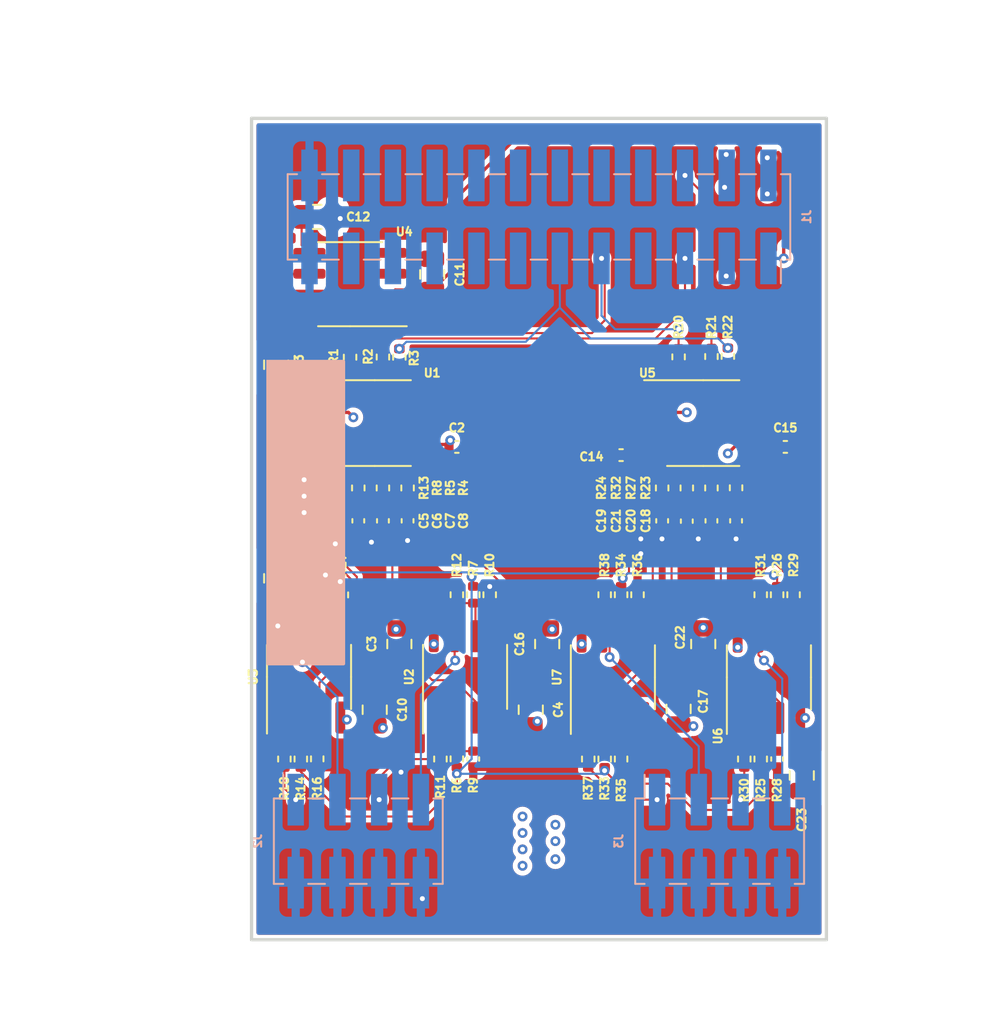
<source format=kicad_pcb>
(kicad_pcb (version 20240108) (generator "pcbnew") (generator_version "8.0")
  (layers (0 "F.Cu" signal) (1 "In1.Cu" signal) (2 "In2.Cu" signal) (31 "B.Cu" signal) (34 "B.Paste" user) (35 "F.Paste" user) (36 "B.SilkS" user "B.Silkscreen") (37 "F.SilkS" user "F.Silkscreen") (38 "B.Mask" user) (39 "F.Mask" user) (44 "Edge.Cuts" user))
  (net 0 "")
  (net 9 "+5V")
  (net 10 "GND")
  (net 11 "+12V")
  (net 13 "+3V3")
  (net 16 "-12V")
  (net 22 "VREF_DAC")
  (net 23 "/dac0/vout_a_dac")
  (net 24 "/dac0/vout_b_dac")
  (net 25 "/dac0/vout_d_dac")
  (net 26 "/dac0/vout_c_dac")
  (net 27 "Net-(U3A--)")
  (net 28 "AO_CH0+")
  (net 29 "Net-(U3B--)")
  (net 30 "AO_CH1+")
  (net 31 "AO_CH2+")
  (net 32 "AO_CH3+")
  (net 33 "Net-(U1-VOUT_A)")
  (net 34 "Net-(U1-VOUT_B)")
  (net 35 "Net-(U1-VOUT_D)")
  (net 36 "Net-(U1-VOUT_C)")
  (net 37 "RX_DAC0")
  (net 38 "Net-(U1-~{SYNC})")
  (net 39 "Net-(U1-SDIN)")
  (net 40 "Net-(U1-SCLK)")
  (net 41 "Net-(U4-Trim{slash}NR)")
  (net 42 "/dac1/vout_d_dac")
  (net 43 "/dac1/vout_c_dac")
  (net 44 "/dac1/vout_b_dac")
  (net 45 "/dac1/vout_a_dac")
  (net 46 "CS_DAC")
  (net 47 "RX_DAC1")
  (net 48 "CLK_DAC")
  (net 49 "AO_CH6+")
  (net 50 "AO_CH5+")
  (net 51 "AO_CH7+")
  (net 52 "AO_CH4+")
  (net 53 "Net-(U2A--)")
  (net 54 "Net-(U2B--)")
  (net 55 "Net-(U5-~{SYNC})")
  (net 56 "Net-(U5-SDIN)")
  (net 57 "Net-(U5-SCLK)")
  (net 58 "Net-(U5-VOUT_D)")
  (net 59 "Net-(U5-VOUT_C)")
  (net 60 "Net-(U6A--)")
  (net 61 "Net-(U6B--)")
  (net 62 "Net-(U5-VOUT_B)")
  (net 63 "Net-(U5-VOUT_A)")
  (net 64 "Net-(U7A--)")
  (net 65 "Net-(U7B--)")
  (footprint "Capacitor_SMD:C_0402_1005Metric" (layer "F.Cu") (at 163 96 90)
    (property "Reference" "C18")
    (property "Value" "1n")
  )
  (footprint "Resistor_SMD:R_0402_1005Metric" (layer "F.Cu") (at 162.5 85.99 -90)
    (property "Reference" "R22")
    (property "Value" "100")
  )
  (footprint "Resistor_SMD:R_0402_1005Metric" (layer "F.Cu") (at 135.5 110.5 90)
    (property "Reference" "R18")
    (property "Value" "33k")
  )
  (footprint "Capacitor_SMD:C_0402_1005Metric" (layer "F.Cu") (at 136 92 180)
    (property "Reference" "C1")
    (property "Value" "100n")
  )
  (footprint "Resistor_SMD:R_0402_1005Metric" (layer "F.Cu") (at 158.5 94 -90)
    (property "Reference" "R24")
    (property "Value" "4k7")
  )
  (footprint "Resistor_SMD:R_0402_1005Metric" (layer "F.Cu") (at 161.5 86 -90)
    (property "Reference" "R21")
    (property "Value" "100")
  )
  (footprint "Capacitor_SMD:C_0805_2012Metric" (layer "F.Cu") (at 141 107.5 -90)
    (property "Reference" "C10")
    (property "Value" "100n")
  )
  (footprint "Resistor_SMD:R_0402_1005Metric" (layer "F.Cu") (at 154 110.5 90)
    (property "Reference" "R37")
    (property "Value" "33k")
  )
  (footprint "Capacitor_SMD:C_0805_2012Metric" (layer "F.Cu") (at 135 99.5 -90)
    (property "Reference" "C9")
    (property "Value" "100n")
  )
  (footprint "Resistor_SMD:R_0402_1005Metric" (layer "F.Cu") (at 139.5 86.04 -90)
    (property "Reference" "R1")
    (property "Value" "100")
  )
  (footprint "Package_SO:SOIC-8_3.9x4.9mm_P1.27mm" (layer "F.Cu") (at 139.5 81.595 180)
    (property "Reference" "U4")
    (property "Value" "REF5025AD")
  )
  (footprint "Resistor_SMD:R_0402_1005Metric" (layer "F.Cu") (at 145 110.5 90)
    (property "Reference" "R11")
    (property "Value" "33k")
  )
  (footprint "Resistor_SMD:R_0402_1005Metric" (layer "F.Cu") (at 164.5 110.5 90)
    (property "Reference" "R25")
    (property "Value" "8.25k")
  )
  (footprint "Capacitor_SMD:C_0402_1005Metric" (layer "F.Cu") (at 156 92 180)
    (property "Reference" "C14")
    (property "Value" "100n")
  )
  (footprint "Resistor_SMD:R_0402_1005Metric" (layer "F.Cu") (at 146 110.49 90)
    (property "Reference" "R6")
    (property "Value" "8.25k")
  )
  (footprint "Package_SO:TSSOP-14_4.4x5mm_P0.65mm" (layer "F.Cu") (at 161 90.05)
    (property "Reference" "U5")
    (property "Value" "dacx0004")
  )
  (footprint "Resistor_SMD:R_0402_1005Metric" (layer "F.Cu") (at 139 100.51 -90)
    (property "Reference" "R17")
    (property "Value" "11k")
  )
  (footprint "Package_SO:SOIC-8_3.9x4.9mm_P1.27mm" (layer "F.Cu") (at 155.5 105.525 90)
    (property "Reference" "U7")
    (property "Value" "OPA2188")
  )
  (footprint "Capacitor_SMD:C_0805_2012Metric" (layer "F.Cu") (at 142.5 103.5 90)
    (property "Reference" "C3")
    (property "Value" "100n")
  )
  (footprint "Resistor_SMD:R_0402_1005Metric" (layer "F.Cu") (at 141.5 86.03 -90)
    (property "Reference" "R2")
    (property "Value" "100")
  )
  (footprint "Capacitor_SMD:C_0402_1005Metric" (layer "F.Cu") (at 143 96 90)
    (property "Reference" "C5")
    (property "Value" "1n")
  )
  (footprint "Resistor_SMD:R_0402_1005Metric" (layer "F.Cu") (at 156 100.5 -90)
    (property "Reference" "R34")
    (property "Value" "8.25k")
  )
  (footprint "Resistor_SMD:R_0402_1005Metric" (layer "F.Cu") (at 141.5 94 -90)
    (property "Reference" "R5")
    (property "Value" "4k7")
  )
  (footprint "Capacitor_SMD:C_0402_1005Metric" (layer "F.Cu") (at 141.5 96 90)
    (property "Reference" "C6")
    (property "Value" "1n")
  )
  (footprint "Resistor_SMD:R_0402_1005Metric" (layer "F.Cu") (at 164.5 100.5 -90)
    (property "Reference" "R31")
    (property "Value" "33k")
  )
  (footprint "Resistor_SMD:R_0402_1005Metric" (layer "F.Cu") (at 148 100.5 -90)
    (property "Reference" "R10")
    (property "Value" "11k")
  )
  (footprint "Capacitor_SMD:C_0805_2012Metric" (layer "F.Cu") (at 135 86.5 -90)
    (property "Reference" "C13")
    (property "Value" "1u")
  )
  (footprint "Capacitor_SMD:C_0805_2012Metric" (layer "F.Cu") (at 137.5 77.5)
    (property "Reference" "C12")
    (property "Value" "100n")
  )
  (footprint "Resistor_SMD:R_0402_1005Metric" (layer "F.Cu") (at 138 100.5 -90)
    (property "Reference" "R15")
    (property "Value" "8.25k")
  )
  (footprint "Resistor_SMD:R_0402_1005Metric" (layer "F.Cu") (at 137.5 110.49 90)
    (property "Reference" "R16")
    (property "Value" "11k")
  )
  (footprint "Capacitor_SMD:C_0402_1005Metric" (layer "F.Cu") (at 160 96.02 90)
    (property "Reference" "C21")
    (property "Value" "1n")
  )
  (footprint "Resistor_SMD:R_0402_1005Metric" (layer "F.Cu") (at 157 100.5 -90)
    (property "Reference" "R36")
    (property "Value" "11k")
  )
  (footprint "Capacitor_SMD:C_0805_2012Metric" (layer "F.Cu") (at 159.5 107.45 -90)
    (property "Reference" "C17")
    (property "Value" "100n")
  )
  (footprint "Capacitor_SMD:C_0805_2012Metric" (layer "F.Cu") (at 167 111.5 90)
    (property "Reference" "C23")
    (property "Value" "100n")
  )
  (footprint "Capacitor_SMD:C_0805_2012Metric" (layer "F.Cu") (at 151.5 103.5 90)
    (property "Reference" "C16")
    (property "Value" "100n")
  )
  (footprint "Resistor_SMD:R_0402_1005Metric" (layer "F.Cu") (at 165.5 100.5 -90)
    (property "Reference" "R26")
    (property "Value" "8.25k")
  )
  (footprint "Resistor_SMD:R_0402_1005Metric" (layer "F.Cu") (at 138.5 94 -90)
    (property "Reference" "R13")
    (property "Value" "4k7")
  )
  (footprint "Resistor_SMD:R_0402_1005Metric" (layer "F.Cu") (at 159.5 86.02 -90)
    (property "Reference" "R20")
    (property "Value" "100")
  )
  (footprint "Resistor_SMD:R_0402_1005Metric" (layer "F.Cu") (at 156 110.5 90)
    (property "Reference" "R35")
    (property "Value" "11k")
  )
  (footprint "Package_SO:SOIC-8_3.9x4.9mm_P1.27mm" (layer "F.Cu") (at 146.5 105.5 90)
    (property "Reference" "U2")
    (property "Value" "OPA2188")
  )
  (footprint "Resistor_SMD:R_0402_1005Metric" (layer "F.Cu") (at 161.5 94 -90)
    (property "Reference" "R27")
    (property "Value" "4k7")
  )
  (footprint "Package_SO:TSSOP-14_4.4x5mm_P0.65mm" (layer "F.Cu") (at 141 90.05)
    (property "Reference" "U1")
    (property "Value" "dacx0004")
  )
  (footprint "Resistor_SMD:R_0402_1005Metric" (layer "F.Cu") (at 166.5 100.5 -90)
    (property "Reference" "R29")
    (property "Value" "11k")
  )
  (footprint "Capacitor_SMD:C_0402_1005Metric" (layer "F.Cu") (at 138.5 96 90)
    (property "Reference" "C8")
    (property "Value" "1n")
  )
  (footprint "Resistor_SMD:R_0402_1005Metric" (layer "F.Cu") (at 136.5 110.5 90)
    (property "Reference" "R14")
    (property "Value" "8.25k")
  )
  (footprint "Resistor_SMD:R_0402_1005Metric" (layer "F.Cu") (at 146 100.5 -90)
    (property "Reference" "R12")
    (property "Value" "33k")
  )
  (footprint "Capacitor_SMD:C_0805_2012Metric" (layer "F.Cu") (at 161 103.5 90)
    (property "Reference" "C22")
    (property "Value" "100n")
  )
  (footprint "Resistor_SMD:R_0402_1005Metric" (layer "F.Cu") (at 163.5 110.5 90)
    (property "Reference" "R30")
    (property "Value" "33k")
  )
  (footprint "Resistor_SMD:R_0402_1005Metric" (layer "F.Cu") (at 140 94 -90)
    (property "Reference" "R8")
    (property "Value" "4k7")
  )
  (footprint "Resistor_SMD:R_0402_1005Metric" (layer "F.Cu") (at 137 100.5 -90)
    (property "Reference" "R19")
    (property "Value" "33k")
  )
  (footprint "Capacitor_SMD:C_0402_1005Metric" (layer "F.Cu") (at 158.5 96 90)
    (property "Reference" "C19")
    (property "Value" "1n")
  )
  (footprint "Resistor_SMD:R_0402_1005Metric" (layer "F.Cu") (at 143 94 -90)
    (property "Reference" "R4")
    (property "Value" "4k7")
  )
  (footprint "Capacitor_SMD:C_0805_2012Metric" (layer "F.Cu") (at 144.5 81 -90)
    (property "Reference" "C11")
    (property "Value" "1u")
  )
  (footprint "Capacitor_SMD:C_0402_1005Metric" (layer "F.Cu") (at 161.5 96 90)
    (property "Reference" "C20")
    (property "Value" "1n")
  )
  (footprint "Resistor_SMD:R_0402_1005Metric" (layer "F.Cu") (at 155 100.5 -90)
    (property "Reference" "R38")
    (property "Value" "33k")
  )
  (footprint "Resistor_SMD:R_0402_1005Metric" (layer "F.Cu") (at 163 93.99 -90)
    (property "Reference" "R23")
    (property "Value" "4k7")
  )
  (footprint "Resistor_SMD:R_0402_1005Metric" (layer "F.Cu") (at 142.5 86.04 -90)
    (property "Reference" "R3")
    (property "Value" "100")
  )
  (footprint "Capacitor_SMD:C_0402_1005Metric" (layer "F.Cu") (at 147 110.5 90)
    (property "Reference" "R9")
    (property "Value" "11k")
  )
  (footprint "Capacitor_SMD:C_0805_2012Metric" (layer "F.Cu") (at 150.5 107.5 -90)
    (property "Reference" "C4")
    (property "Value" "100n")
  )
  (footprint "Resistor_SMD:R_0402_1005Metric" (layer "F.Cu") (at 155 110.5 90)
    (property "Reference" "R33")
    (property "Value" "8.25k")
  )
  (footprint "Capacitor_SMD:C_0402_1005Metric" (layer "F.Cu") (at 140 96 90)
    (property "Reference" "C7")
    (property "Value" "1n")
  )
  (footprint "Capacitor_SMD:C_0402_1005Metric" (layer "F.Cu") (at 165.5 110.5 90)
    (property "Reference" "R28")
    (property "Value" "11k")
  )
  (footprint "Package_SO:SOIC-8_3.9x4.9mm_P1.27mm" (layer "F.Cu") (at 165 105.525 90)
    (property "Reference" "U6")
    (property "Value" "OPA2188")
  )
  (footprint "Capacitor_SMD:C_0402_1005Metric" (layer "F.Cu") (at 146 91.5)
    (property "Reference" "C2")
    (property "Value" "100n")
  )
  (footprint "Package_SO:SOIC-8_3.9x4.9mm_P1.27mm" (layer "F.Cu") (at 137 105.5 90)
    (property "Reference" "U3")
    (property "Value" "OPA2188")
  )
  (footprint "Capacitor_SMD:C_0402_1005Metric" (layer "F.Cu") (at 166 91.5)
    (property "Reference" "C15")
    (property "Value" "100n")
  )
  (footprint "Resistor_SMD:R_0402_1005Metric" (layer "F.Cu") (at 147 100.5 -90)
    (property "Reference" "R7")
    (property "Value" "8.25k")
  )
  (footprint "Resistor_SMD:R_0402_1005Metric" (layer "F.Cu") (at 160 94 -90)
    (property "Reference" "R32")
    (property "Value" "4k7")
  )
  (footprint "Connector_PinHeader_2.54mm:PinHeader_2x04_P2.54mm_Vertical_SMD" (layer "B.Cu") (at 162 115.5 -90)
    (property "Reference" "J3")
    (property "Value" "Conn_02x04_Odd_Even")
  )
  (footprint "Connector_PinHeader_2.54mm:PinHeader_2x12_P2.54mm_Vertical_SMD" (layer "B.Cu") (at 151 77.5 90)
    (property "Reference" "J1")
    (property "Value" "Conn_02x12_Odd_Even")
  )
  (footprint "Connector_PinHeader_2.54mm:PinHeader_2x04_P2.54mm_Vertical_SMD" (layer "B.Cu") (at 140 115.5 -90)
    (property "Reference" "J2")
    (property "Value" "Conn_02x04_Odd_Even")
  )
  (gr_rect (start 134.5 86.3) (end 139.1 104.7) (stroke (width 0.2)) (fill solid) (layer "B.SilkS"))
  (gr_line (start 133.5 71.5) (end 168.5 71.5) (stroke (width 0.2)) (layer "Edge.Cuts"))
  (gr_line (start 133.5 71.5) (end 133.5 121.5) (stroke (width 0.2)) (layer "Edge.Cuts"))
  (gr_line (start 168.5 71.5) (end 168.5 121.5) (stroke (width 0.2)) (layer "Edge.Cuts"))
  (gr_line (start 133.5 121.5) (end 168.5 121.5) (stroke (width 0.2)) (layer "Edge.Cuts"))
  (via (at 152 115.5) (size 0.6) (drill 0.3) (layers "F.Cu" "B.Cu") (net 0))
  (via (at 150 114) (size 0.6) (drill 0.3) (layers "F.Cu" "B.Cu") (net 0))
  (via (at 150 115) (size 0.6) (drill 0.3) (layers "F.Cu" "B.Cu") (net 0))
  (via (at 152 114.5) (size 0.6) (drill 0.3) (layers "F.Cu" "B.Cu") (net 0))
  (via (at 150 116) (size 0.6) (drill 0.3) (layers "F.Cu" "B.Cu") (net 0))
  (via (at 152 116.6) (size 0.6) (drill 0.3) (layers "F.Cu" "B.Cu") (net 0))
  (via (at 150 117) (size 0.6) (drill 0.3) (layers "F.Cu" "B.Cu") (net 0))
  (segment (start 166.5 73.8) (end 165.5 72.8) (width 0.2) (layer "F.Cu") (net 9))
  (segment (start 166.5 78.7) (end 166.5 73.8) (width 0.2) (layer "F.Cu") (net 9))
  (segment (start 145.8 76.5) (end 145.8 80.65) (width 0.2) (layer "F.Cu") (net 9))
  (segment (start 165.5 72.8) (end 149.5 72.8) (width 0.2) (layer "F.Cu") (net 9))
  (segment (start 144.5 81.95) (end 142.255 81.95) (width 0.2) (layer "F.Cu") (net 9))
  (segment (start 149.5 72.8) (end 145.8 76.5) (width 0.2) (layer "F.Cu") (net 9))
  (segment (start 165.9 79.3) (end 166.5 78.7) (width 0.2) (layer "F.Cu") (net 9))
  (segment (start 142.255 81.95) (end 141.975 82.23) (width 0.2) (layer "F.Cu") (net 9))
  (segment (start 145.8 80.65) (end 144.5 81.95) (width 0.2) (layer "F.Cu") (net 9))
  (segment (start 165.9 80.025) (end 165.9 79.3) (width 0.2) (layer "F.Cu") (net 9))
  (via (at 165.9 80.025) (size 0.6) (drill 0.3) (layers "F.Cu" "B.Cu") (net 9))
  (segment (start 164.97 80.025) (end 165.9 80.025) (width 0.2) (layer "B.Cu") (net 9))
  (segment (start 166.5 99.7) (end 163.9 97.1) (width 0.127) (layer "F.Cu") (net 10))
  (segment (start 148 99.99) (end 148 100) (width 0.127) (layer "F.Cu") (net 10))
  (segment (start 138.5 96.48) (end 138.5 97.3) (width 0.127) (layer "F.Cu") (net 10))
  (segment (start 138.5 97.3) (end 138.6 97.4) (width 0.127) (layer "F.Cu") (net 10))
  (segment (start 161.32 96.48) (end 160.7 97.1) (width 0.127) (layer "F.Cu") (net 10))
  (segment (start 160.1 96.5) (end 160.7 97.1) (width 0.127) (layer "F.Cu") (net 10))
  (segment (start 141.5 96.48) (end 141.5 96.6) (width 0.127) (layer "F.Cu") (net 10))
  (segment (start 158.5 97.09) (end 158.49 97.1) (width 0.127) (layer "F.Cu") (net 10))
  (segment (start 143 96.48) (end 143 97.2) (width 0.127) (layer "F.Cu") (net 10))
  (segment (start 141.5 96.6) (end 140.8 97.3) (width 0.127) (layer "F.Cu") (net 10))
  (segment (start 161.5 96.48) (end 161.32 96.48) (width 0.127) (layer "F.Cu") (net 10))
  (segment (start 158.5 96.48) (end 158.5 97.09) (width 0.127) (layer "F.Cu") (net 10))
  (segment (start 166.5 99.99) (end 166.5 99.7) (width 0.127) (layer "F.Cu") (net 10))
  (segment (start 140 96.48) (end 141.5 96.48) (width 0.127) (layer "F.Cu") (net 10))
  (segment (start 163.9 97.1) (end 163 97.1) (width 0.127) (layer "F.Cu") (net 10))
  (segment (start 160 96.5) (end 160.1 96.5) (width 0.127) (layer "F.Cu") (net 10))
  (segment (start 163 96.48) (end 163 97.1) (width 0.127) (layer "F.Cu") (net 10))
  (via (at 143 97.2) (size 0.6) (drill 0.3) (layers "F.Cu" "B.Cu") (net 10))
  (via (at 136.7 95.5) (size 0.6) (drill 0.3) (layers "F.Cu" "B.Cu") (net 10))
  (via (at 138.9 77.6) (size 0.6) (drill 0.3) (layers "F.Cu" "B.Cu") (net 10))
  (via (at 142.6 111.3) (size 0.6) (drill 0.3) (layers "F.Cu" "B.Cu") (net 10))
  (via (at 160.7 97.1) (size 0.6) (drill 0.3) (layers "F.Cu" "B.Cu") (net 10))
  (via (at 136.7 93.5) (size 0.6) (drill 0.3) (layers "F.Cu" "B.Cu") (net 10))
  (via (at 136.7 94.5) (size 0.6) (drill 0.3) (layers "F.Cu" "B.Cu") (net 10))
  (via (at 158.49 97.1) (size 0.6) (drill 0.3) (layers "F.Cu" "B.Cu") (net 10))
  (via (at 138.9 99.7) (size 0.6) (drill 0.3) (layers "F.Cu" "B.Cu") (net 10))
  (via (at 157.2 98) (size 0.6) (drill 0.3) (layers "F.Cu" "B.Cu") (net 10))
  (via (at 143.9 119) (size 0.6) (drill 0.3) (layers "F.Cu" "B.Cu") (net 10))
  (via (at 148 100) (size 0.6) (drill 0.3) (layers "F.Cu" "B.Cu") (net 10))
  (via (at 138.6 97.4) (size 0.6) (drill 0.3) (layers "F.Cu" "B.Cu") (net 10))
  (via (at 140.8 97.3) (size 0.6) (drill 0.3) (layers "F.Cu" "B.Cu") (net 10))
  (via (at 163 97.1) (size 0.6) (drill 0.3) (layers "F.Cu" "B.Cu") (net 10))
  (via (at 157.2 97.1) (size 0.6) (drill 0.3) (layers "F.Cu" "B.Cu") (net 10))
  (segment (start 135.095 103.025) (end 135.095 102.405) (width 0.127) (layer "F.Cu") (net 11))
  (segment (start 135.095 102.395) (end 135.095 100.545) (width 0.127) (layer "F.Cu") (net 11))
  (segment (start 135.095 102.405) (end 135.1 102.4) (width 0.127) (layer "F.Cu") (net 11))
  (segment (start 135.095 100.545) (end 135 100.45) (width 0.127) (layer "F.Cu") (net 11))
  (segment (start 135.1 102.4) (end 135.095 102.395) (width 0.127) (layer "F.Cu") (net 11))
  (via (at 142.3 102.6) (size 0.6) (drill 0.3) (layers "F.Cu" "B.Cu") (net 11))
  (via (at 161 102.5) (size 0.6) (drill 0.3) (layers "F.Cu" "B.Cu") (net 11))
  (via (at 163.1 103.7) (size 0.6) (drill 0.3) (layers "F.Cu" "B.Cu") (net 11))
  (via (at 153.6 103.5) (size 0.6) (drill 0.3) (layers "F.Cu" "B.Cu") (net 11))
  (via (at 144.6 103.5) (size 0.6) (drill 0.3) (layers "F.Cu" "B.Cu") (net 11))
  (via (at 151.8 102.6) (size 0.6) (drill 0.3) (layers "F.Cu" "B.Cu") (net 11))
  (via (at 135.1 102.4) (size 0.6) (drill 0.3) (layers "F.Cu" "B.Cu") (net 11))
  (via (at 164.9 76.1) (size 0.6) (drill 0.3) (layers "F.Cu" "B.Cu") (net 11))
  (via (at 164.9 73.9) (size 0.6) (drill 0.3) (layers "F.Cu" "B.Cu") (net 11))
  (segment (start 157.400001 89.4) (end 158.1375 89.4) (width 0.2) (layer "F.Cu") (net 13))
  (segment (start 163.05 91.35) (end 162.5 91.9) (width 0.2) (layer "F.Cu") (net 13))
  (segment (start 137.481544 91.35) (end 137.1 90.968456) (width 0.2) (layer "F.Cu") (net 13))
  (segment (start 137.1 89.700001) (end 137.400001 89.4) (width 0.2) (layer "F.Cu") (net 13))
  (segment (start 163.8625 91.35) (end 165.37 91.35) (width 0.2) (layer "F.Cu") (net 13))
  (segment (start 157.1 89.700001) (end 157.400001 89.4) (width 0.2) (layer "F.Cu") (net 13))
  (segment (start 143.8625 91.35) (end 145.37 91.35) (width 0.2) (layer "F.Cu") (net 13))
  (segment (start 139.4 89.4) (end 139.7 89.7) (width 0.2) (layer "F.Cu") (net 13))
  (segment (start 158.1375 91.35) (end 157.481544 91.35) (width 0.2) (layer "F.Cu") (net 13))
  (segment (start 138.1375 89.4) (end 139.4 89.4) (width 0.2) (layer "F.Cu") (net 13))
  (segment (start 145.52 91.18) (end 145.6 91.1) (width 0.2) (layer "F.Cu") (net 13))
  (segment (start 137.1 90.968456) (end 137.1 89.700001) (width 0.2) (layer "F.Cu") (net 13))
  (segment (start 163.8625 91.35) (end 163.05 91.35) (width 0.2) (layer "F.Cu") (net 13))
  (segment (start 145.52 91.5) (end 145.52 91.18) (width 0.2) (layer "F.Cu") (net 13))
  (segment (start 145.37 91.35) (end 145.52 91.5) (width 0.2) (layer "F.Cu") (net 13))
  (segment (start 158.1375 89.4) (end 160 89.4) (width 0.2) (layer "F.Cu") (net 13))
  (segment (start 157.481544 91.35) (end 157.1 90.968456) (width 0.2) (layer "F.Cu") (net 13))
  (segment (start 157.1 90.968456) (end 157.1 89.700001) (width 0.2) (layer "F.Cu") (net 13))
  (segment (start 138.1375 91.35) (end 137.481544 91.35) (width 0.2) (layer "F.Cu") (net 13))
  (segment (start 165.37 91.35) (end 165.52 91.5) (width 0.2) (layer "F.Cu") (net 13))
  (segment (start 137.400001 89.4) (end 138.1375 89.4) (width 0.2) (layer "F.Cu") (net 13))
  (via (at 162.5 91.9) (size 0.6) (drill 0.3) (layers "F.Cu" "B.Cu") (net 13))
  (via (at 145.6 91.1) (size 0.6) (drill 0.3) (layers "F.Cu" "B.Cu") (net 13))
  (via (at 162.4 81.1) (size 0.6) (drill 0.3) (layers "F.Cu" "B.Cu") (net 13))
  (via (at 139.7 89.7) (size 0.6) (drill 0.3) (layers "F.Cu" "B.Cu") (net 13))
  (via (at 160 89.4) (size 0.6) (drill 0.3) (layers "F.Cu" "B.Cu") (net 13))
  (segment (start 141 108.45) (end 141.35 108.45) (width 0.127) (layer "F.Cu") (net 16))
  (segment (start 160.3 108.4) (end 160.4 108.5) (width 0.127) (layer "F.Cu") (net 16))
  (segment (start 167 108.095) (end 166.905 108) (width 0.127) (layer "F.Cu") (net 16))
  (segment (start 167 110.55) (end 167 108.095) (width 0.127) (layer "F.Cu") (net 16))
  (segment (start 141.35 108.45) (end 141.5 108.6) (width 0.127) (layer "F.Cu") (net 16))
  (segment (start 148.88 108.45) (end 150.5 108.45) (width 0.127) (layer "F.Cu") (net 16))
  (segment (start 157.805 108.4) (end 157.405 108) (width 0.127) (layer "F.Cu") (net 16))
  (segment (start 150.5 108.45) (end 150.65 108.45) (width 0.127) (layer "F.Cu") (net 16))
  (segment (start 159.5 108.4) (end 160.3 108.4) (width 0.127) (layer "F.Cu") (net 16))
  (segment (start 148.405 107.975) (end 148.88 108.45) (width 0.127) (layer "F.Cu") (net 16))
  (segment (start 166.905 108) (end 167.2 108) (width 0.127) (layer "F.Cu") (net 16))
  (segment (start 150.65 108.45) (end 150.9 108.2) (width 0.127) (layer "F.Cu") (net 16))
  (segment (start 159.5 108.4) (end 157.805 108.4) (width 0.127) (layer "F.Cu") (net 16))
  (via (at 150.9 108.2) (size 0.6) (drill 0.3) (layers "F.Cu" "B.Cu") (net 16))
  (via (at 162.3 75.7) (size 0.6) (drill 0.3) (layers "F.Cu" "B.Cu") (net 16))
  (via (at 141.5 108.6) (size 0.6) (drill 0.3) (layers "F.Cu" "B.Cu") (net 16))
  (via (at 162.4 73.7) (size 0.6) (drill 0.3) (layers "F.Cu" "B.Cu") (net 16))
  (via (at 139.3 108.1) (size 0.6) (drill 0.3) (layers "F.Cu" "B.Cu") (net 16))
  (via (at 167.2 108) (size 0.6) (drill 0.3) (layers "F.Cu" "B.Cu") (net 16))
  (via (at 160.4 108.5) (size 0.6) (drill 0.3) (layers "F.Cu" "B.Cu") (net 16))
  (segment (start 154.993455 111.016545) (end 155 111.01) (width 0.127) (layer "F.Cu") (net 22))
  (segment (start 165.5 99.5) (end 165.3 99.3) (width 0.127) (layer "F.Cu") (net 22))
  (segment (start 164.5 112.54191) (end 163.44191 113.6) (width 0.127) (layer "F.Cu") (net 22))
  (segment (start 135 82.010001) (end 135 85.55) (width 0.127) (layer "F.Cu") (net 22))
  (segment (start 135.75 85.55) (end 135 85.55) (width 0.127) (layer "F.Cu") (net 22))
  (segment (start 136.050001 80.96) (end 135 82.010001) (width 0.127) (layer "F.Cu") (net 22))
  (segment (start 136.48 92) (end 136.48 86.28) (width 0.127) (layer "F.Cu") (net 22))
  (segment (start 136.48 86.28) (end 135.75 85.55) (width 0.127) (layer "F.Cu") (net 22))
  (segment (start 144.1 114) (end 146 112.1) (width 0.127) (layer "F.Cu") (net 22))
  (segment (start 147 99.5) (end 146.9 99.4) (width 0.127) (layer "F.Cu") (net 22))
  (segment (start 139.220001 114) (end 144.1 114) (width 0.127) (layer "F.Cu") (net 22))
  (segment (start 136.8 92) (end 136.48 92) (width 0.127) (layer "F.Cu") (net 22))
  (segment (start 164.5 111.01) (end 164.5 112.54191) (width 0.127) (layer "F.Cu") (net 22))
  (segment (start 146 111) (end 146 111.4) (width 0.127) (layer "F.Cu") (net 22))
  (segment (start 136.5 111.01) (end 136.5 111.279999) (width 0.127) (layer "F.Cu") (net 22))
  (segment (start 165.5 99.99) (end 165.5 99.5) (width 0.127) (layer "F.Cu") (net 22))
  (segment (start 138 98.462448) (end 137.5995 98.061948) (width 0.127) (layer "F.Cu") (net 22))
  (segment (start 163.44191 113.6) (end 160.43809 113.6) (width 0.127) (layer "F.Cu") (net 22))
  (segment (start 154.993455 111.206545) (end 154.993455 111.016545) (width 0.127) (layer "F.Cu") (net 22))
  (segment (start 137.025 80.96) (end 136.050001 80.96) (width 0.127) (layer "F.Cu") (net 22))
  (segment (start 137.5995 98.061948) (end 137.5995 92.7995) (width 0.127) (layer "F.Cu") (net 22))
  (segment (start 138 99.3) (end 138 98.462448) (width 0.127) (layer "F.Cu") (net 22))
  (segment (start 160.43809 113.6) (end 158.83809 112) (width 0.127) (layer "F.Cu") (net 22))
  (segment (start 155.78691 112) (end 154.993455 111.206545) (width 0.127) (layer "F.Cu") (net 22))
  (segment (start 138.1375 92) (end 136.8 92) (width 0.127) (layer "F.Cu") (net 22))
  (segment (start 156.48 92) (end 156.48 99.12) (width 0.127) (layer "F.Cu") (net 22))
  (segment (start 158.1375 92) (end 156.48 92) (width 0.127) (layer "F.Cu") (net 22))
  (segment (start 156 99.6) (end 156 99.99) (width 0.127) (layer "F.Cu") (net 22))
  (segment (start 138 99.99) (end 138 99.3) (width 0.127) (layer "F.Cu") (net 22))
  (segment (start 136.5 111.279999) (end 139.220001 114) (width 0.127) (layer "F.Cu") (net 22))
  (segment (start 156.1 99.5) (end 156 99.6) (width 0.127) (layer "F.Cu") (net 22))
  (segment (start 156.48 99.12) (end 156.1 99.5) (width 0.127) (layer "F.Cu") (net 22))
  (segment (start 158.83809 112) (end 155.78691 112) (width 0.127) (layer "F.Cu") (net 22))
  (segment (start 146 112.1) (end 146 111.4) (width 0.127) (layer "F.Cu") (net 22))
  (segment (start 137.5995 92.7995) (end 136.8 92) (width 0.127) (layer "F.Cu") (net 22))
  (segment (start 147 99.99) (end 147 99.5) (width 0.127) (layer "F.Cu") (net 22))
  (via (at 165.3 99.3) (size 0.6) (drill 0.3) (layers "F.Cu" "B.Cu") (net 22))
  (via (at 146.9 99.4) (size 0.6) (drill 0.3) (layers "F.Cu" "B.Cu") (net 22))
  (via (at 146 111.4) (size 0.6) (drill 0.3) (layers "F.Cu" "B.Cu") (net 22))
  (via (at 138 99.3) (size 0.6) (drill 0.3) (layers "F.Cu" "B.Cu") (net 22))
  (via (at 154.993455 111.206545) (size 0.6) (drill 0.3) (layers "F.Cu" "B.Cu") (net 22))
  (via (at 156.1 99.5) (size 0.6) (drill 0.3) (layers "F.Cu" "B.Cu") (net 22))
  (segment (start 146 111.4) (end 154.8 111.4) (width 0.127) (layer "B.Cu") (net 22))
  (segment (start 147.1 99.2) (end 146.9 99.4) (width 0.127) (layer "B.Cu") (net 22))
  (segment (start 146.9 110.5) (end 146 111.4) (width 0.127) (layer "B.Cu") (net 22))
  (segment (start 154.8 111.4) (end 154.993455 111.206545) (width 0.127) (layer "B.Cu") (net 22))
  (segment (start 146.9 99.4) (end 146.9 110.5) (width 0.127) (layer "B.Cu") (net 22))
  (segment (start 138.1635 99.1365) (end 146.6365 99.1365) (width 0.127) (layer "B.Cu") (net 22))
  (segment (start 165.2 99.2) (end 156.4 99.2) (width 0.127) (layer "B.Cu") (net 22))
  (segment (start 156.4 99.2) (end 156.1 99.5) (width 0.127) (layer "B.Cu") (net 22))
  (segment (start 138 99.3) (end 138.1635 99.1365) (width 0.127) (layer "B.Cu") (net 22))
  (segment (start 146.6365 99.1365) (end 146.9 99.4) (width 0.127) (layer "B.Cu") (net 22))
  (segment (start 156.1 99.5) (end 155.8 99.2) (width 0.127) (layer "B.Cu") (net 22))
  (segment (start 165.3 99.3) (end 165.2 99.2) (width 0.127) (layer "B.Cu") (net 22))
  (segment (start 155.8 99.2) (end 147.1 99.2) (width 0.127) (layer "B.Cu") (net 22))
  (segment (start 139.5835 99.5835) (end 137.9265 97.9265) (width 0.127) (layer "F.Cu") (net 23))
  (segment (start 138.905 103.025) (end 139.5835 102.3465) (width 0.127) (layer "F.Cu") (net 23))
  (segment (start 137.9265 97.9265) (end 137.9265 96.0935) (width 0.127) (layer "F.Cu") (net 23))
  (segment (start 139.5835 102.3465) (end 139.5835 99.5835) (width 0.127) (layer "F.Cu") (net 23))
  (segment (start 137.9265 96.0935) (end 138.5 95.52) (width 0.127) (layer "F.Cu") (net 23))
  (segment (start 138.5 95.52) (end 138.5 94.51) (width 0.127) (layer "F.Cu") (net 23))
  (segment (start 139.9105 99.4105) (end 139.3 98.8) (width 0.127) (layer "F.Cu") (net 24))
  (segment (start 137.635 105.858934) (end 139.9105 103.583434) (width 0.127) (layer "F.Cu") (net 24))
  (segment (start 139.3 98.8) (end 139.3 96.22) (width 0.127) (layer "F.Cu") (net 24))
  (segment (start 139.3 96.22) (end 140 95.52) (width 0.127) (layer "F.Cu") (net 24))
  (segment (start 139.9105 103.583434) (end 139.9105 99.4105) (width 0.127) (layer "F.Cu") (net 24))
  (segment (start 140 95.52) (end 140 94.51) (width 0.127) (layer "F.Cu") (net 24))
  (segment (start 137.635 107.975) (end 137.635 105.858934) (width 0.127) (layer "F.Cu") (net 24))
  (segment (start 148.704999 99.807693) (end 147.597306 98.7) (width 0.127) (layer "F.Cu") (net 25))
  (segment (start 143 95.52) (end 143 94.51) (width 0.127) (layer "F.Cu") (net 25))
  (segment (start 147.597306 98.7) (end 145.3 98.7) (width 0.127) (layer "F.Cu") (net 25))
  (segment (start 148.405 103.025) (end 148.704999 102.725001) (width 0.127) (layer "F.Cu") (net 25))
  (segment (start 143.7 96.22) (end 143 95.52) (width 0.127) (layer "F.Cu") (net 25))
  (segment (start 143.7 97.1) (end 143.7 96.22) (width 0.127) (layer "F.Cu") (net 25))
  (segment (start 148.704999 102.725001) (end 148.704999 99.807693) (width 0.127) (layer "F.Cu") (net 25))
  (segment (start 145.3 98.7) (end 143.7 97.1) (width 0.127) (layer "F.Cu") (net 25))
  (segment (start 142.0735 96.0935) (end 142.0735 100.665374) (width 0.127) (layer "F.Cu") (net 26))
  (segment (start 141.5 95.52) (end 141.5 94.51) (width 0.127) (layer "F.Cu") (net 26))
  (segment (start 143.7 102.291874) (end 143.7 104.9) (width 0.127) (layer "F.Cu") (net 26))
  (segment (start 142.0735 100.665374) (end 143.7 102.291874) (width 0.127) (layer "F.Cu") (net 26))
  (segment (start 143.7 104.9) (end 144.5 105.7) (width 0.127) (layer "F.Cu") (net 26))
  (segment (start 144.5 105.7) (end 145.834999 105.7) (width 0.127) (layer "F.Cu") (net 26))
  (segment (start 145.834999 105.7) (end 147.135 107.000001) (width 0.127) (layer "F.Cu") (net 26))
  (segment (start 147.135 107.000001) (end 147.135 107.975) (width 0.127) (layer "F.Cu") (net 26))
  (segment (start 141.5 95.52) (end 142.0735 96.0935) (width 0.127) (layer "F.Cu") (net 26))
  (segment (start 137.49 109.99) (end 137.5 109.98) (width 0.127) (layer "F.Cu") (net 27))
  (segment (start 136.365 107.975) (end 136.365 109.855) (width 0.127) (layer "F.Cu") (net 27))
  (segment (start 135.5 109.99) (end 137.49 109.99) (width 0.127) (layer "F.Cu") (net 27))
  (segment (start 136.365 109.855) (end 136.5 109.99) (width 0.127) (layer "F.Cu") (net 27))
  (segment (start 135.5 111.01) (end 135.5 112.285) (width 0.127) (layer "F.Cu") (net 28))
  (segment (start 135.095 107.975) (end 134.795001 108.274999) (width 0.127) (layer "F.Cu") (net 28))
  (segment (start 134.795001 108.274999) (end 134.795001 110.305001) (width 0.127) (layer "F.Cu") (net 28))
  (segment (start 135.5 112.285) (end 136.19 112.975) (width 0.127) (layer "F.Cu") (net 28))
  (segment (start 134.795001 110.305001) (end 135.5 111.01) (width 0.127) (layer "F.Cu") (net 28))
  (via (at 136.19 112.975) (size 0.6) (drill 0.3) (layers "F.Cu" "B.Cu") (net 28))
  (segment (start 137 101.01) (end 138.99 101.01) (width 0.127) (layer "F.Cu") (net 29))
  (segment (start 137.635 101.375) (end 138 101.01) (width 0.127) (layer "F.Cu") (net 29))
  (segment (start 137.635 103.025) (end 137.635 101.375) (width 0.127) (layer "F.Cu") (net 29))
  (segment (start 138.99 101.01) (end 139 101.02) (width 0.127) (layer "F.Cu") (net 29))
  (segment (start 136.365 103.025) (end 136.365 100.625) (width 0.127) (layer "F.Cu") (net 30))
  (segment (start 136.365 103.025) (end 136.365 104.365) (width 0.127) (layer "F.Cu") (net 30))
  (segment (start 136.365 100.625) (end 137 99.99) (width 0.127) (layer "F.Cu") (net 30))
  (segment (start 136.365 104.365) (end 136.6 104.6) (width 0.127) (layer "F.Cu") (net 30))
  (via (at 136.6 104.6) (size 0.6) (drill 0.3) (layers "F.Cu" "B.Cu") (net 30))
  (segment (start 138.73 106.73) (end 138.73 112.975) (width 0.127) (layer "B.Cu") (net 30))
  (segment (start 136.6 104.6) (end 138.73 106.73) (width 0.127) (layer "B.Cu") (net 30))
  (segment (start 144.4165 110.4265) (end 144.4165 108.1535) (width 0.127) (layer "F.Cu") (net 31))
  (segment (start 144.495 110.505) (end 144.4165 110.4265) (width 0.127) (layer "F.Cu") (net 31))
  (segment (start 141.3 111.6) (end 141.3 112.945) (width 0.127) (layer "F.Cu") (net 31))
  (segment (start 141.3 112.945) (end 141.27 112.975) (width 0.127) (layer "F.Cu") (net 31))
  (segment (start 144.495 110.505) (end 142.395 110.505) (width 0.127) (layer "F.Cu") (net 31))
  (segment (start 142.395 110.505) (end 141.3 111.6) (width 0.127) (layer "F.Cu") (net 31))
  (segment (start 145 111.01) (end 144.495 110.505) (width 0.127) (layer "F.Cu") (net 31))
  (segment (start 144.4165 108.1535) (end 144.595 107.975) (width 0.127) (layer "F.Cu") (net 31))
  (via (at 141.27 112.975) (size 0.6) (drill 0.3) (layers "F.Cu" "B.Cu") (net 31))
  (segment (start 145.865 104.465) (end 145.9 104.5) (width 0.127) (layer "F.Cu") (net 32))
  (segment (start 145.865 103.025) (end 145.865 104.465) (width 0.127) (layer "F.Cu") (net 32))
  (segment (start 145.4165 102.5765) (end 145.4165 100.5735) (width 0.127) (layer "F.Cu") (net 32))
  (segment (start 145.4165 100.5735) (end 146 99.99) (width 0.127) (layer "F.Cu") (net 32))
  (segment (start 145.865 103.025) (end 145.4165 102.5765) (width 0.127) (layer "F.Cu") (net 32))
  (via (at 145.9 104.5) (size 0.6) (drill 0.3) (layers "F.Cu" "B.Cu") (net 32))
  (segment (start 145.9 104.5) (end 143.81 106.59) (width 0.127) (layer "B.Cu") (net 32))
  (segment (start 143.81 106.59) (end 143.81 112.975) (width 0.127) (layer "B.Cu") (net 32))
  (segment (start 138.874999 90.05) (end 140 91.175001) (width 0.127) (layer "F.Cu") (net 33))
  (segment (start 140 91.175001) (end 140 93.49) (width 0.127) (layer "F.Cu") (net 33))
  (segment (start 138.1375 90.05) (end 138.874999 90.05) (width 0.127) (layer "F.Cu") (net 33))
  (segment (start 141.5 91.675001) (end 141.5 93.49) (width 0.127) (layer "F.Cu") (net 34))
  (segment (start 143.125001 90.05) (end 141.5 91.675001) (width 0.127) (layer "F.Cu") (net 34))
  (segment (start 143.8625 90.05) (end 143.125001 90.05) (width 0.127) (layer "F.Cu") (net 34))
  (segment (start 143.125001 90.7) (end 142.8 91.025001) (width 0.127) (layer "F.Cu") (net 35))
  (segment (start 143.8625 90.7) (end 143.125001 90.7) (width 0.127) (layer "F.Cu") (net 35))
  (segment (start 142.8 91.025001) (end 142.8 93.29) (width 0.127) (layer "F.Cu") (net 35))
  (segment (start 142.8 93.29) (end 143 93.49) (width 0.127) (layer "F.Cu") (net 35))
  (segment (start 138.874999 90.7) (end 139.1385 90.963501) (width 0.127) (layer "F.Cu") (net 36))
  (segment (start 139.1385 90.963501) (end 139.1385 92.7615) (width 0.127) (layer "F.Cu") (net 36))
  (segment (start 139.1385 92.7615) (end 138.5 93.4) (width 0.127) (layer "F.Cu") (net 36))
  (segment (start 138.1375 90.7) (end 138.874999 90.7) (width 0.127) (layer "F.Cu") (net 36))
  (segment (start 138.5 93.4) (end 138.5 93.49) (width 0.127) (layer "F.Cu") (net 36))
  (segment (start 159.89 83.11) (end 159.89 80.025) (width 0.127) (layer "F.Cu") (net 37))
  (segment (start 142.12 84.9) (end 158.1 84.9) (width 0.127) (layer "F.Cu") (net 37))
  (segment (start 141.5 85.52) (end 142.12 84.9) (width 0.127) (layer "F.Cu") (net 37))
  (segment (start 158.1 84.9) (end 159.89 83.11) (width 0.127) (layer "F.Cu") (net 37))
  (via (at 159.89 80.025) (size 0.6) (drill 0.3) (layers "F.Cu" "B.Cu") (net 37))
  (segment (start 138.1375 88.75) (end 138.874999 88.75) (width 0.127) (layer "F.Cu") (net 38))
  (segment (start 138.874999 88.75) (end 139.5 88.124999) (width 0.127) (layer "F.Cu") (net 38))
  (segment (start 139.5 88.124999) (end 139.5 86.55) (width 0.127) (layer "F.Cu") (net 38))
  (segment (start 143.8625 88.75) (end 143.125001 88.75) (width 0.127) (layer "F.Cu") (net 39))
  (segment (start 141.5 87.124999) (end 141.5 86.54) (width 0.127) (layer "F.Cu") (net 39))
  (segment (start 143.125001 88.75) (end 141.5 87.124999) (width 0.127) (layer "F.Cu") (net 39))
  (segment (start 142.5 87.6) (end 142.5 86.55) (width 0.127) (layer "F.Cu") (net 40))
  (segment (start 143 88.1) (end 142.5 87.6) (width 0.127) (layer "F.Cu") (net 40))
  (segment (start 143.8625 88.1) (end 143 88.1) (width 0.127) (layer "F.Cu") (net 40))
  (segment (start 137.025 79.69) (end 136.55 79.215) (width 0.127) (layer "F.Cu") (net 41))
  (segment (start 136.55 79.215) (end 136.55 77.5) (width 0.127) (layer "F.Cu") (net 41))
  (segment (start 167.1 101.8) (end 166.905 101.995) (width 0.127) (layer "F.Cu") (net 42))
  (segment (start 166.905 101.995) (end 166.905 103.05) (width 0.127) (layer "F.Cu") (net 42))
  (segment (start 163 94.5) (end 163 95.52) (width 0.127) (layer "F.Cu") (net 42))
  (segment (start 163 95.52) (end 167.1 99.62) (width 0.127) (layer "F.Cu") (net 42))
  (segment (start 167.1 99.62) (end 167.1 101.8) (width 0.127) (layer "F.Cu") (net 42))
  (segment (start 158.5 95.52) (end 157.9265 96.0935) (width 0.127) (layer "F.Cu") (net 43))
  (segment (start 157.9265 96.0935) (end 157.9265 101.4735) (width 0.127) (layer "F.Cu") (net 43))
  (segment (start 157.405 101.995) (end 157.405 103.05) (width 0.127) (layer "F.Cu") (net 43))
  (segment (start 158.5 94.51) (end 158.5 95.52) (width 0.127) (layer "F.Cu") (net 43))
  (segment (start 157.9265 101.4735) (end 157.405 101.995) (width 0.127) (layer "F.Cu") (net 43))
  (segment (start 161.5 95.52) (end 162.0735 96.0935) (width 0.127) (layer "F.Cu") (net 44))
  (segment (start 164.7 106.1) (end 165.635 107.035) (width 0.127) (layer "F.Cu") (net 44))
  (segment (start 161.5 94.51) (end 161.5 95.52) (width 0.127) (layer "F.Cu") (net 44))
  (segment (start 163.7 106.1) (end 164.7 106.1) (width 0.127) (layer "F.Cu") (net 44))
  (segment (start 162.0735 104.4735) (end 163.7 106.1) (width 0.127) (layer "F.Cu") (net 44))
  (segment (start 165.635 107.035) (end 165.635 108) (width 0.127) (layer "F.Cu") (net 44))
  (segment (start 162.0735 96.0935) (end 162.0735 104.4735) (width 0.127) (layer "F.Cu") (net 44))
  (segment (start 159.0735 103.2265) (end 156.135 106.165) (width 0.127) (layer "F.Cu") (net 45))
  (segment (start 160 95.54) (end 159.0735 96.4665) (width 0.127) (layer "F.Cu") (net 45))
  (segment (start 156.135 106.165) (end 156.135 108) (width 0.127) (layer "F.Cu") (net 45))
  (segment (start 159.0735 96.4665) (end 159.0735 103.2265) (width 0.127) (layer "F.Cu") (net 45))
  (segment (start 160 94.51) (end 160 95.54) (width 0.127) (layer "F.Cu") (net 45))
  (segment (start 155 83.8) (end 155 80.215) (width 0.127) (layer "F.Cu") (net 46))
  (segment (start 139.5 85.53) (end 140.457 84.573) (width 0.127) (layer "F.Cu") (net 46))
  (segment (start 140.457 84.573) (end 154.227 84.573) (width 0.127) (layer "F.Cu") (net 46))
  (segment (start 154.227 84.573) (end 155 83.8) (width 0.127) (layer "F.Cu") (net 46))
  (segment (start 155 80.215) (end 154.81 80.025) (width 0.127) (layer "F.Cu") (net 46))
  (segment (start 159.5 85.51) (end 159.5 84.3365) (width 0.127) (layer "F.Cu") (net 46))
  (via (at 159.5 84.3365) (size 0.6) (drill 0.3) (layers "F.Cu" "B.Cu") (net 46))
  (via (at 154.81 80.025) (size 0.6) (drill 0.3) (layers "F.Cu" "B.Cu") (net 46))
  (segment (start 155.6365 84.3365) (end 154.81 83.51) (width 0.127) (layer "B.Cu") (net 46))
  (segment (start 159.5 84.3365) (end 155.6365 84.3365) (width 0.127) (layer "B.Cu") (net 46))
  (segment (start 154.81 83.51) (end 154.81 80.025) (width 0.127) (layer "B.Cu") (net 46))
  (segment (start 161.5 85.49) (end 161.5 83.1) (width 0.127) (layer "F.Cu") (net 47))
  (segment (start 160.9 82.5) (end 160.9 75.985) (width 0.127) (layer "F.Cu") (net 47))
  (segment (start 161.5 83.1) (end 160.9 82.5) (width 0.127) (layer "F.Cu") (net 47))
  (segment (start 160.9 75.985) (end 159.89 74.975) (width 0.127) (layer "F.Cu") (net 47))
  (via (at 159.89 74.975) (size 0.6) (drill 0.3) (layers "F.Cu" "B.Cu") (net 47))
  (via (at 162.5 85.48) (size 0.6) (drill 0.3) (layers "F.Cu" "B.Cu") (net 48))
  (via (at 142.5 85.53) (size 0.6) (drill 0.3) (layers "F.Cu" "B.Cu") (net 48))
  (segment (start 142.93 85.1) (end 142.5 85.53) (width 0.127) (layer "B.Cu") (net 48))
  (segment (start 154.14 84.9) (end 161.92 84.9) (width 0.127) (layer "B.Cu") (net 48))
  (segment (start 150.2 85.1) (end 142.93 85.1) (width 0.127) (layer "B.Cu") (net 48))
  (segment (start 152.27 80.025) (end 152.27 83.03) (width 0.127) (layer "B.Cu") (net 48))
  (segment (start 152.27 83.03) (end 150.2 85.1) (width 0.127) (layer "B.Cu") (net 48))
  (segment (start 152.27 83.03) (end 154.14 84.9) (width 0.127) (layer "B.Cu") (net 48))
  (segment (start 161.92 84.9) (end 162.5 85.48) (width 0.127) (layer "B.Cu") (net 48))
  (segment (start 163.5 112.745) (end 163.27 112.975) (width 0.127) (layer "F.Cu") (net 49))
  (segment (start 163.095 108) (end 162.795001 108.299999) (width 0.127) (layer "F.Cu") (net 49))
  (segment (start 162.795001 108.299999) (end 162.795001 110.305001) (width 0.127) (layer "F.Cu") (net 49))
  (segment (start 162.795001 110.305001) (end 163.5 111.01) (width 0.127) (layer "F.Cu") (net 49))
  (segment (start 163.5 111.01) (end 163.5 112.745) (width 0.127) (layer "F.Cu") (net 49))
  (via (at 163.27 112.975) (size 0.6) (drill 0.3) (layers "F.Cu" "B.Cu") (net 49))
  (segment (start 155 99.99) (end 154.4165 100.5735) (width 0.127) (layer "F.Cu") (net 50))
  (segment (start 154.4165 102.6015) (end 154.865 103.05) (width 0.127) (layer "F.Cu") (net 50))
  (segment (start 154.865 103.05) (end 155.3 103.485) (width 0.127) (layer "F.Cu") (net 50))
  (segment (start 154.4165 100.5735) (end 154.4165 102.6015) (width 0.127) (layer "F.Cu") (net 50))
  (segment (start 155.3 103.485) (end 155.3 104.3) (width 0.127) (layer "F.Cu") (net 50))
  (via (at 155.3 104.3) (size 0.6) (drill 0.3) (layers "F.Cu" "B.Cu") (net 50))
  (segment (start 160.73 109.73) (end 160.73 112.975) (width 0.127) (layer "B.Cu") (net 50))
  (segment (start 155.3 104.3) (end 160.73 109.73) (width 0.127) (layer "B.Cu") (net 50))
  (segment (start 163.9 101.9) (end 164.365 102.365) (width 0.127) (layer "F.Cu") (net 51))
  (segment (start 164.365 104.165) (end 164.7 104.5) (width 0.127) (layer "F.Cu") (net 51))
  (segment (start 164.365 103.05) (end 164.365 104.165) (width 0.127) (layer "F.Cu") (net 51))
  (segment (start 164.365 102.365) (end 164.365 103.05) (width 0.127) (layer "F.Cu") (net 51))
  (segment (start 164.5 99.99) (end 163.9 100.59) (width 0.127) (layer "F.Cu") (net 51))
  (segment (start 163.9 100.59) (end 163.9 101.9) (width 0.127) (layer "F.Cu") (net 51))
  (via (at 164.7 104.5) (size 0.6) (drill 0.3) (layers "F.Cu" "B.Cu") (net 51))
  (segment (start 165.81 105.61) (end 165.81 112.975) (width 0.127) (layer "B.Cu") (net 51))
  (segment (start 164.7 104.5) (end 165.81 105.61) (width 0.127) (layer "B.Cu") (net 51))
  (segment (start 155.965 112.975) (end 158.19 112.975) (width 0.127) (layer "F.Cu") (net 52))
  (segment (start 153.295001 110.305001) (end 154 111.01) (width 0.127) (layer "F.Cu") (net 52))
  (segment (start 153.595 108) (end 153.295001 108.299999) (width 0.127) (layer "F.Cu") (net 52))
  (segment (start 154 111.01) (end 155.965 112.975) (width 0.127) (layer "F.Cu") (net 52))
  (segment (start 153.295001 108.299999) (end 153.295001 110.305001) (width 0.127) (layer "F.Cu") (net 52))
  (via (at 158.19 112.975) (size 0.6) (drill 0.3) (layers "F.Cu" "B.Cu") (net 52))
  (segment (start 145.865 109.845) (end 146 109.98) (width 0.127) (layer "F.Cu") (net 53))
  (segment (start 145.865 107.975) (end 145.865 109.845) (width 0.127) (layer "F.Cu") (net 53))
  (segment (start 145.03 110.02) (end 145 109.99) (width 0.127) (layer "F.Cu") (net 53))
  (segment (start 147 110.02) (end 145.03 110.02) (width 0.127) (layer "F.Cu") (net 53))
  (segment (start 146 101.01) (end 148 101.01) (width 0.127) (layer "F.Cu") (net 54))
  (segment (start 147.135 103.025) (end 147.135 101.145) (width 0.127) (layer "F.Cu") (net 54))
  (segment (start 147.135 101.145) (end 147 101.01) (width 0.127) (layer "F.Cu") (net 54))
  (segment (start 145.865 101.145) (end 146 101.01) (width 0.127) (layer "F.Cu") (net 54))
  (segment (start 159.5 88.124999) (end 159.5 86.53) (width 0.127) (layer "F.Cu") (net 55))
  (segment (start 158.874999 88.75) (end 159.5 88.124999) (width 0.127) (layer "F.Cu") (net 55))
  (segment (start 158.1375 88.75) (end 158.874999 88.75) (width 0.127) (layer "F.Cu") (net 55))
  (segment (start 161.5 87.124999) (end 161.5 86.51) (width 0.127) (layer "F.Cu") (net 56))
  (segment (start 163.125001 88.75) (end 161.5 87.124999) (width 0.127) (layer "F.Cu") (net 56))
  (segment (start 163.8625 88.75) (end 163.125001 88.75) (width 0.127) (layer "F.Cu") (net 56))
  (segment (start 163.8625 88.1) (end 162.5 86.7375) (width 0.127) (layer "F.Cu") (net 57))
  (segment (start 162.5 86.7375) (end 162.5 86.5) (width 0.127) (layer "F.Cu") (net 57))
  (segment (start 163.8625 90.7) (end 162.5 90.7) (width 0.127) (layer "F.Cu") (net 58))
  (segment (start 162.5 90.7) (end 161.827 91.373) (width 0.127) (layer "F.Cu") (net 58))
  (segment (start 162.68 93.48) (end 163 93.48) (width 0.127) (layer "F.Cu") (net 58))
  (segment (start 161.827 91.373) (end 161.827 92.627) (width 0.127) (layer "F.Cu") (net 58))
  (segment (start 161.827 92.627) (end 162.68 93.48) (width 0.127) (layer "F.Cu") (net 58))
  (segment (start 159.1385 92.2615) (end 158.5 92.9) (width 0.127) (layer "F.Cu") (net 59))
  (segment (start 158.741838 90.7) (end 159.1385 91.096662) (width 0.127) (layer "F.Cu") (net 59))
  (segment (start 159.1385 91.096662) (end 159.1385 92.2615) (width 0.127) (layer "F.Cu") (net 59))
  (segment (start 158.5 92.9) (end 158.5 93.49) (width 0.127) (layer "F.Cu") (net 59))
  (segment (start 158.1375 90.7) (end 158.741838 90.7) (width 0.127) (layer "F.Cu") (net 59))
  (segment (start 165.5 110.02) (end 163.53 110.02) (width 0.127) (layer "F.Cu") (net 60))
  (segment (start 164.5 108.135) (end 164.365 108) (width 0.127) (layer "F.Cu") (net 60))
  (segment (start 163.53 110.02) (end 163.5 109.99) (width 0.127) (layer "F.Cu") (net 60))
  (segment (start 164.5 109.99) (end 164.5 108.135) (width 0.127) (layer "F.Cu") (net 60))
  (segment (start 165.635 101.145) (end 165.5 101.01) (width 0.127) (layer "F.Cu") (net 61))
  (segment (start 166.5 101.01) (end 164.5 101.01) (width 0.127) (layer "F.Cu") (net 61))
  (segment (start 165.635 103.05) (end 165.635 101.145) (width 0.127) (layer "F.Cu") (net 61))
  (segment (start 162.25 90.05) (end 161.5 90.8) (width 0.127) (layer "F.Cu") (net 62))
  (segment (start 163.8625 90.05) (end 162.25 90.05) (width 0.127) (layer "F.Cu") (net 62))
  (segment (start 161.5 90.8) (end 161.5 93.49) (width 0.127) (layer "F.Cu") (net 62))
  (segment (start 158.874999 90.05) (end 160 91.175001) (width 0.127) (layer "F.Cu") (net 63))
  (segment (start 160 91.175001) (end 160 93.49) (width 0.127) (layer "F.Cu") (net 63))
  (segment (start 158.1375 90.05) (end 158.874999 90.05) (width 0.127) (layer "F.Cu") (net 63))
  (segment (start 155 109.99) (end 156 109.99) (width 0.127) (layer "F.Cu") (net 64))
  (segment (start 154.865 109.855) (end 155 109.99) (width 0.127) (layer "F.Cu") (net 64))
  (segment (start 154.865 108) (end 154.865 109.855) (width 0.127) (layer "F.Cu") (net 64))
  (segment (start 154 109.99) (end 155 109.99) (width 0.127) (layer "F.Cu") (net 64))
  (segment (start 156.135 101.145) (end 156 101.01) (width 0.127) (layer "F.Cu") (net 65))
  (segment (start 156.135 103.05) (end 156.135 101.145) (width 0.127) (layer "F.Cu") (net 65))
  (segment (start 157 101.01) (end 155 101.01) (width 0.127) (layer "F.Cu") (net 65))
  (zone (net 10) (net_name "GND") (layers "F&B.Cu") (connect_pads (clearance 0.3)) (min_thickness 0.25) (fill yes (thermal_gap 0.5) (thermal_bridge_width 0.5))
    (polygon (pts (xy 133.5 71.5) (xy 168.5 71.5) (xy 168.5 121.5) (xy 133.5 121.5)))
  )
)
</source>
